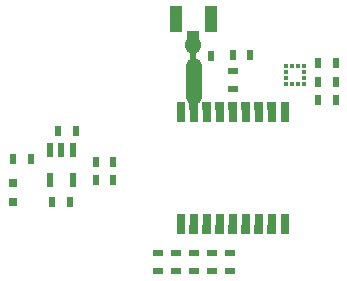
<source format=gbp>
G04*
G04 #@! TF.GenerationSoftware,Altium Limited,Altium Designer,19.0.14 (431)*
G04*
G04 Layer_Color=128*
%FSAX25Y25*%
%MOIN*%
G70*
G01*
G75*
%ADD27R,0.02362X0.03543*%
%ADD28R,0.03543X0.02362*%
%ADD36R,0.03937X0.03937*%
%ADD37R,0.04134X0.08661*%
%ADD40C,0.05200*%
%ADD78R,0.01378X0.01476*%
%ADD79R,0.01476X0.01378*%
%ADD80R,0.02200X0.05000*%
%ADD81R,0.03150X0.03150*%
%ADD82R,0.02756X0.07087*%
%ADD83R,0.03150X0.07087*%
G36*
X0769402Y0628968D02*
Y0632118D01*
X0769008D01*
Y0635661D01*
X0767039D01*
Y0632118D01*
X0766646D01*
Y0628968D01*
X0769402D01*
D02*
G37*
G36*
X0773929D02*
Y0632118D01*
X0773535D01*
Y0635661D01*
X0771173D01*
Y0632118D01*
X0770780D01*
Y0628968D01*
X0773929D01*
D02*
G37*
G36*
X0778260D02*
Y0632118D01*
X0777866D01*
Y0635661D01*
X0775504D01*
Y0632118D01*
X0775110D01*
Y0628968D01*
X0778260D01*
D02*
G37*
G36*
X0782590D02*
Y0632118D01*
X0782197D01*
Y0635661D01*
X0779835D01*
Y0632118D01*
X0779441D01*
Y0628968D01*
X0782590D01*
D02*
G37*
G36*
X0786921D02*
Y0632118D01*
X0786528D01*
Y0635661D01*
X0784165D01*
Y0632118D01*
X0783772D01*
Y0628968D01*
X0786921D01*
D02*
G37*
G36*
X0791252D02*
Y0632118D01*
X0790858D01*
Y0635661D01*
X0788496D01*
Y0632118D01*
X0788102D01*
Y0628968D01*
X0791252D01*
D02*
G37*
G36*
X0795583D02*
Y0632118D01*
X0795189D01*
Y0635661D01*
X0792827D01*
Y0632118D01*
X0792433D01*
Y0628968D01*
X0795583D01*
D02*
G37*
G36*
X0799913D02*
Y0632118D01*
X0799520D01*
Y0635661D01*
X0797157D01*
Y0632118D01*
X0796764D01*
Y0628968D01*
X0799913D01*
D02*
G37*
G36*
X0804047D02*
Y0632118D01*
X0803654D01*
Y0635661D01*
X0801685D01*
Y0632118D01*
X0801291D01*
Y0628968D01*
X0804047D01*
D02*
G37*
G36*
X0766646Y0673063D02*
Y0670307D01*
X0767039D01*
Y0666764D01*
X0769008D01*
Y0670307D01*
X0769402D01*
Y0673063D01*
X0766646D01*
D02*
G37*
G36*
X0770780D02*
Y0670307D01*
X0771173D01*
Y0666764D01*
X0773535D01*
Y0670307D01*
X0773929D01*
Y0673063D01*
X0770780D01*
D02*
G37*
G36*
X0775110D02*
Y0670307D01*
X0775504D01*
Y0666764D01*
X0777866D01*
Y0670307D01*
X0778260D01*
Y0673063D01*
X0775110D01*
D02*
G37*
G36*
X0779441D02*
Y0670307D01*
X0779835D01*
Y0666764D01*
X0782197D01*
Y0670307D01*
X0782590D01*
Y0673063D01*
X0779441D01*
D02*
G37*
G36*
X0783772D02*
Y0670307D01*
X0784165D01*
Y0666764D01*
X0786528D01*
Y0670307D01*
X0786921D01*
Y0673063D01*
X0783772D01*
D02*
G37*
G36*
X0788102D02*
Y0670307D01*
X0788496D01*
Y0666764D01*
X0790858D01*
Y0670307D01*
X0791252D01*
Y0673063D01*
X0788102D01*
D02*
G37*
G36*
X0792433D02*
Y0670307D01*
X0792827D01*
Y0666764D01*
X0795189D01*
Y0670307D01*
X0795583D01*
Y0673063D01*
X0792433D01*
D02*
G37*
G36*
X0796764D02*
Y0670307D01*
X0797157D01*
Y0666764D01*
X0799520D01*
Y0670307D01*
X0799913D01*
Y0673063D01*
X0796764D01*
D02*
G37*
G36*
X0801291D02*
Y0670307D01*
X0801685D01*
Y0666764D01*
X0803654D01*
Y0670307D01*
X0804047D01*
Y0673063D01*
X0801291D01*
D02*
G37*
D27*
X0785347Y0688614D02*
D03*
X0791252D02*
D03*
X0819697Y0679894D02*
D03*
X0813791D02*
D03*
Y0685957D02*
D03*
X0819697D02*
D03*
Y0673752D02*
D03*
X0813791D02*
D03*
X0732984Y0663516D02*
D03*
X0727079D02*
D03*
X0739677Y0653279D02*
D03*
X0745583D02*
D03*
X0739677Y0647016D02*
D03*
X0745583D02*
D03*
X0731016Y0639894D02*
D03*
X0725110D02*
D03*
X0712118Y0654067D02*
D03*
X0718024D02*
D03*
X0778161Y0688417D02*
D03*
X0772256D02*
D03*
D28*
X0785347Y0683299D02*
D03*
Y0677394D02*
D03*
X0760445Y0622768D02*
D03*
Y0616862D02*
D03*
X0766350D02*
D03*
Y0622768D02*
D03*
X0772354D02*
D03*
Y0616862D02*
D03*
X0778358Y0622768D02*
D03*
Y0616862D02*
D03*
X0784461D02*
D03*
Y0622768D02*
D03*
D36*
X0772256Y0694717D02*
D03*
D37*
X0778063Y0700622D02*
D03*
X0766449D02*
D03*
D40*
X0772256Y0691665D02*
Y0692453D01*
X0772354Y0674638D02*
Y0685169D01*
D78*
X0807049Y0685120D02*
D03*
X0805081D02*
D03*
X0807049Y0679116D02*
D03*
X0805081D02*
D03*
D79*
X0809067Y0681134D02*
D03*
Y0683102D02*
D03*
X0803063Y0681134D02*
D03*
Y0683102D02*
D03*
X0809067Y0679165D02*
D03*
Y0685071D02*
D03*
X0803063D02*
D03*
Y0679165D02*
D03*
D80*
X0724560Y0647016D02*
D03*
X0731960D02*
D03*
Y0657217D02*
D03*
X0728260D02*
D03*
X0724560D02*
D03*
D81*
X0712118Y0646193D02*
D03*
Y0639894D02*
D03*
D82*
X0802669Y0632512D02*
D03*
X0768024D02*
D03*
Y0669913D02*
D03*
X0802669D02*
D03*
D83*
X0798339Y0632512D02*
D03*
X0794008D02*
D03*
X0789677D02*
D03*
X0785347D02*
D03*
X0781016D02*
D03*
X0776685D02*
D03*
X0772354D02*
D03*
Y0669913D02*
D03*
X0776685D02*
D03*
X0781016D02*
D03*
X0785347D02*
D03*
X0789677D02*
D03*
X0794008D02*
D03*
X0798339D02*
D03*
M02*

</source>
